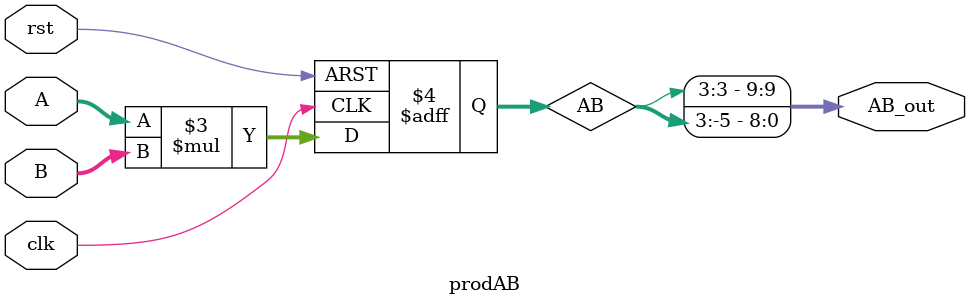
<source format=v>
module prodAB(
input clk, rst,
input signed [2:-3] A,
input signed [0:-5] B,

output signed [4:-5] AB_out //truncar pero respetando el bit de signo
);

reg signed [3:-8] AB;

always@(posedge clk or negedge rst)
begin
	if(!rst)
		AB <= 12'd0;
	else
		AB <= A * B;
end

assign AB_out = {{2{AB[3]}}, AB[2:0], AB[-1:-5]};

endmodule

</source>
